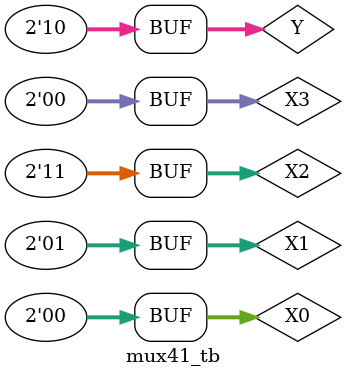
<source format=v>
`timescale 1ns/10ps  //时间单位/精度

 module mux41(
	input [1:0] X0,
	input [1:0] X1,
	input [1:0] X2,
	input [1:0] X3,
	input [1:0] Y,
	output wire [1:0] F
	);

//add your code here

assign F[0]=(~Y[0]&~Y[1]&X0[0])|(Y[0]&~Y[1]&X1[0])|(~Y[0]&Y[1]&X2[0])|(Y[0]&Y[1]&X3[0]);
assign F[1]=(~Y[0]&~Y[1]&X0[1])|(Y[0]&~Y[1]&X1[1])|(~Y[0]&Y[1]&X2[1])|(Y[0]&Y[1]&X3[1]);

endmodule

// testbench
module mux41_tb;

reg [1:0] X0;
reg [1:0] X1;
reg [1:0] X2;
reg [1:0] X3;
reg [1:0] Y;
wire [1:0] F;

mux41 mux41(
   .X0(X0),
	.X1(X1),
	.X2(X2),
	.X3(X3),
	.Y(Y),
	.F(F)
);

initial begin

    X0=0; X1=1; X2=2; X3=3; Y=0;
#10 X0=0; X1=1; X2=2; X3=3; Y=1;
#10 X0=0; X1=1; X2=2; X3=3; Y=2;
#10 X0=0; X1=1; X2=2; X3=3; Y=3;
#10 X0=0; X1=1; X2=2; X3=0; Y=3;
#10 X0=0; X1=1; X2=3; X3=0; Y=2;   

end

endmodule



</source>
